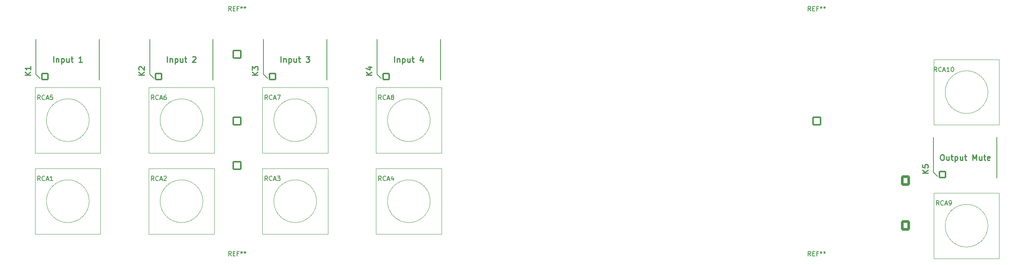
<source format=gbr>
%TF.GenerationSoftware,KiCad,Pcbnew,7.0.10*%
%TF.CreationDate,2024-01-24T20:17:36+01:00*%
%TF.ProjectId,ThePreamp-Analogue,54686550-7265-4616-9d70-2d416e616c6f,rev?*%
%TF.SameCoordinates,Original*%
%TF.FileFunction,Legend,Top*%
%TF.FilePolarity,Positive*%
%FSLAX46Y46*%
G04 Gerber Fmt 4.6, Leading zero omitted, Abs format (unit mm)*
G04 Created by KiCad (PCBNEW 7.0.10) date 2024-01-24 20:17:36*
%MOMM*%
%LPD*%
G01*
G04 APERTURE LIST*
G04 Aperture macros list*
%AMRoundRect*
0 Rectangle with rounded corners*
0 $1 Rounding radius*
0 $2 $3 $4 $5 $6 $7 $8 $9 X,Y pos of 4 corners*
0 Add a 4 corners polygon primitive as box body*
4,1,4,$2,$3,$4,$5,$6,$7,$8,$9,$2,$3,0*
0 Add four circle primitives for the rounded corners*
1,1,$1+$1,$2,$3*
1,1,$1+$1,$4,$5*
1,1,$1+$1,$6,$7*
1,1,$1+$1,$8,$9*
0 Add four rect primitives between the rounded corners*
20,1,$1+$1,$2,$3,$4,$5,0*
20,1,$1+$1,$4,$5,$6,$7,0*
20,1,$1+$1,$6,$7,$8,$9,0*
20,1,$1+$1,$8,$9,$2,$3,0*%
G04 Aperture macros list end*
%ADD10C,0.150000*%
%ADD11C,0.254000*%
%ADD12C,0.120000*%
%ADD13C,0.200000*%
%ADD14C,4.400000*%
%ADD15O,2.400000X3.400000*%
%ADD16C,3.600000*%
%ADD17RoundRect,0.200000X0.675000X-0.675000X0.675000X0.675000X-0.675000X0.675000X-0.675000X-0.675000X0*%
%ADD18C,1.750000*%
%ADD19RoundRect,0.308824X-0.741176X-0.866176X0.741176X-0.866176X0.741176X0.866176X-0.741176X0.866176X0*%
%ADD20O,2.100000X2.350000*%
%ADD21C,2.000000*%
%ADD22O,2.000000X2.000000*%
%ADD23RoundRect,0.308824X0.741176X0.891176X-0.741176X0.891176X-0.741176X-0.891176X0.741176X-0.891176X0*%
%ADD24O,2.100000X2.400000*%
%ADD25RoundRect,0.200000X-0.850000X-0.850000X0.850000X-0.850000X0.850000X0.850000X-0.850000X0.850000X0*%
%ADD26O,2.100000X2.100000*%
%ADD27RoundRect,0.200000X0.850000X0.850000X-0.850000X0.850000X-0.850000X-0.850000X0.850000X-0.850000X0*%
G04 APERTURE END LIST*
D10*
X71824761Y25625181D02*
X71491428Y26101372D01*
X71253333Y25625181D02*
X71253333Y26625181D01*
X71253333Y26625181D02*
X71634285Y26625181D01*
X71634285Y26625181D02*
X71729523Y26577562D01*
X71729523Y26577562D02*
X71777142Y26529943D01*
X71777142Y26529943D02*
X71824761Y26434705D01*
X71824761Y26434705D02*
X71824761Y26291848D01*
X71824761Y26291848D02*
X71777142Y26196610D01*
X71777142Y26196610D02*
X71729523Y26148991D01*
X71729523Y26148991D02*
X71634285Y26101372D01*
X71634285Y26101372D02*
X71253333Y26101372D01*
X72824761Y25720420D02*
X72777142Y25672800D01*
X72777142Y25672800D02*
X72634285Y25625181D01*
X72634285Y25625181D02*
X72539047Y25625181D01*
X72539047Y25625181D02*
X72396190Y25672800D01*
X72396190Y25672800D02*
X72300952Y25768039D01*
X72300952Y25768039D02*
X72253333Y25863277D01*
X72253333Y25863277D02*
X72205714Y26053753D01*
X72205714Y26053753D02*
X72205714Y26196610D01*
X72205714Y26196610D02*
X72253333Y26387086D01*
X72253333Y26387086D02*
X72300952Y26482324D01*
X72300952Y26482324D02*
X72396190Y26577562D01*
X72396190Y26577562D02*
X72539047Y26625181D01*
X72539047Y26625181D02*
X72634285Y26625181D01*
X72634285Y26625181D02*
X72777142Y26577562D01*
X72777142Y26577562D02*
X72824761Y26529943D01*
X73205714Y25910896D02*
X73681904Y25910896D01*
X73110476Y25625181D02*
X73443809Y26625181D01*
X73443809Y26625181D02*
X73777142Y25625181D01*
X74015238Y26625181D02*
X74634285Y26625181D01*
X74634285Y26625181D02*
X74300952Y26244229D01*
X74300952Y26244229D02*
X74443809Y26244229D01*
X74443809Y26244229D02*
X74539047Y26196610D01*
X74539047Y26196610D02*
X74586666Y26148991D01*
X74586666Y26148991D02*
X74634285Y26053753D01*
X74634285Y26053753D02*
X74634285Y25815658D01*
X74634285Y25815658D02*
X74586666Y25720420D01*
X74586666Y25720420D02*
X74539047Y25672800D01*
X74539047Y25672800D02*
X74443809Y25625181D01*
X74443809Y25625181D02*
X74158095Y25625181D01*
X74158095Y25625181D02*
X74062857Y25672800D01*
X74062857Y25672800D02*
X74015238Y25720420D01*
X63666666Y63745181D02*
X63333333Y64221372D01*
X63095238Y63745181D02*
X63095238Y64745181D01*
X63095238Y64745181D02*
X63476190Y64745181D01*
X63476190Y64745181D02*
X63571428Y64697562D01*
X63571428Y64697562D02*
X63619047Y64649943D01*
X63619047Y64649943D02*
X63666666Y64554705D01*
X63666666Y64554705D02*
X63666666Y64411848D01*
X63666666Y64411848D02*
X63619047Y64316610D01*
X63619047Y64316610D02*
X63571428Y64268991D01*
X63571428Y64268991D02*
X63476190Y64221372D01*
X63476190Y64221372D02*
X63095238Y64221372D01*
X64095238Y64268991D02*
X64428571Y64268991D01*
X64571428Y63745181D02*
X64095238Y63745181D01*
X64095238Y63745181D02*
X64095238Y64745181D01*
X64095238Y64745181D02*
X64571428Y64745181D01*
X65333333Y64268991D02*
X65000000Y64268991D01*
X65000000Y63745181D02*
X65000000Y64745181D01*
X65000000Y64745181D02*
X65476190Y64745181D01*
X66000000Y64745181D02*
X66000000Y64507086D01*
X65761905Y64602324D02*
X66000000Y64507086D01*
X66000000Y64507086D02*
X66238095Y64602324D01*
X65857143Y64316610D02*
X66000000Y64507086D01*
X66000000Y64507086D02*
X66142857Y64316610D01*
X66761905Y64745181D02*
X66761905Y64507086D01*
X66523810Y64602324D02*
X66761905Y64507086D01*
X66761905Y64507086D02*
X67000000Y64602324D01*
X66619048Y64316610D02*
X66761905Y64507086D01*
X66761905Y64507086D02*
X66904762Y64316610D01*
X46324761Y43825181D02*
X45991428Y44301372D01*
X45753333Y43825181D02*
X45753333Y44825181D01*
X45753333Y44825181D02*
X46134285Y44825181D01*
X46134285Y44825181D02*
X46229523Y44777562D01*
X46229523Y44777562D02*
X46277142Y44729943D01*
X46277142Y44729943D02*
X46324761Y44634705D01*
X46324761Y44634705D02*
X46324761Y44491848D01*
X46324761Y44491848D02*
X46277142Y44396610D01*
X46277142Y44396610D02*
X46229523Y44348991D01*
X46229523Y44348991D02*
X46134285Y44301372D01*
X46134285Y44301372D02*
X45753333Y44301372D01*
X47324761Y43920420D02*
X47277142Y43872800D01*
X47277142Y43872800D02*
X47134285Y43825181D01*
X47134285Y43825181D02*
X47039047Y43825181D01*
X47039047Y43825181D02*
X46896190Y43872800D01*
X46896190Y43872800D02*
X46800952Y43968039D01*
X46800952Y43968039D02*
X46753333Y44063277D01*
X46753333Y44063277D02*
X46705714Y44253753D01*
X46705714Y44253753D02*
X46705714Y44396610D01*
X46705714Y44396610D02*
X46753333Y44587086D01*
X46753333Y44587086D02*
X46800952Y44682324D01*
X46800952Y44682324D02*
X46896190Y44777562D01*
X46896190Y44777562D02*
X47039047Y44825181D01*
X47039047Y44825181D02*
X47134285Y44825181D01*
X47134285Y44825181D02*
X47277142Y44777562D01*
X47277142Y44777562D02*
X47324761Y44729943D01*
X47705714Y44110896D02*
X48181904Y44110896D01*
X47610476Y43825181D02*
X47943809Y44825181D01*
X47943809Y44825181D02*
X48277142Y43825181D01*
X49039047Y44825181D02*
X48848571Y44825181D01*
X48848571Y44825181D02*
X48753333Y44777562D01*
X48753333Y44777562D02*
X48705714Y44729943D01*
X48705714Y44729943D02*
X48610476Y44587086D01*
X48610476Y44587086D02*
X48562857Y44396610D01*
X48562857Y44396610D02*
X48562857Y44015658D01*
X48562857Y44015658D02*
X48610476Y43920420D01*
X48610476Y43920420D02*
X48658095Y43872800D01*
X48658095Y43872800D02*
X48753333Y43825181D01*
X48753333Y43825181D02*
X48943809Y43825181D01*
X48943809Y43825181D02*
X49039047Y43872800D01*
X49039047Y43872800D02*
X49086666Y43920420D01*
X49086666Y43920420D02*
X49134285Y44015658D01*
X49134285Y44015658D02*
X49134285Y44253753D01*
X49134285Y44253753D02*
X49086666Y44348991D01*
X49086666Y44348991D02*
X49039047Y44396610D01*
X49039047Y44396610D02*
X48943809Y44444229D01*
X48943809Y44444229D02*
X48753333Y44444229D01*
X48753333Y44444229D02*
X48658095Y44396610D01*
X48658095Y44396610D02*
X48610476Y44348991D01*
X48610476Y44348991D02*
X48562857Y44253753D01*
D11*
X95164318Y49332619D02*
X93894318Y49332619D01*
X95164318Y50058334D02*
X94438603Y49514048D01*
X93894318Y50058334D02*
X94620032Y49332619D01*
X94317651Y51146905D02*
X95164318Y51146905D01*
X93833842Y50844524D02*
X94740984Y50542143D01*
X94740984Y50542143D02*
X94740984Y51328334D01*
X100304999Y52235682D02*
X100304999Y53505682D01*
X100909761Y53082349D02*
X100909761Y52235682D01*
X100909761Y52961397D02*
X100970238Y53021873D01*
X100970238Y53021873D02*
X101091190Y53082349D01*
X101091190Y53082349D02*
X101272619Y53082349D01*
X101272619Y53082349D02*
X101393571Y53021873D01*
X101393571Y53021873D02*
X101454047Y52900920D01*
X101454047Y52900920D02*
X101454047Y52235682D01*
X102058809Y53082349D02*
X102058809Y51812349D01*
X102058809Y53021873D02*
X102179762Y53082349D01*
X102179762Y53082349D02*
X102421667Y53082349D01*
X102421667Y53082349D02*
X102542619Y53021873D01*
X102542619Y53021873D02*
X102603095Y52961397D01*
X102603095Y52961397D02*
X102663571Y52840444D01*
X102663571Y52840444D02*
X102663571Y52477587D01*
X102663571Y52477587D02*
X102603095Y52356635D01*
X102603095Y52356635D02*
X102542619Y52296158D01*
X102542619Y52296158D02*
X102421667Y52235682D01*
X102421667Y52235682D02*
X102179762Y52235682D01*
X102179762Y52235682D02*
X102058809Y52296158D01*
X103752143Y53082349D02*
X103752143Y52235682D01*
X103207857Y53082349D02*
X103207857Y52417111D01*
X103207857Y52417111D02*
X103268334Y52296158D01*
X103268334Y52296158D02*
X103389286Y52235682D01*
X103389286Y52235682D02*
X103570715Y52235682D01*
X103570715Y52235682D02*
X103691667Y52296158D01*
X103691667Y52296158D02*
X103752143Y52356635D01*
X104175477Y53082349D02*
X104659286Y53082349D01*
X104356905Y53505682D02*
X104356905Y52417111D01*
X104356905Y52417111D02*
X104417382Y52296158D01*
X104417382Y52296158D02*
X104538334Y52235682D01*
X104538334Y52235682D02*
X104659286Y52235682D01*
X106594524Y53082349D02*
X106594524Y52235682D01*
X106292143Y53566158D02*
X105989762Y52659016D01*
X105989762Y52659016D02*
X106775953Y52659016D01*
D10*
X193666666Y63745181D02*
X193333333Y64221372D01*
X193095238Y63745181D02*
X193095238Y64745181D01*
X193095238Y64745181D02*
X193476190Y64745181D01*
X193476190Y64745181D02*
X193571428Y64697562D01*
X193571428Y64697562D02*
X193619047Y64649943D01*
X193619047Y64649943D02*
X193666666Y64554705D01*
X193666666Y64554705D02*
X193666666Y64411848D01*
X193666666Y64411848D02*
X193619047Y64316610D01*
X193619047Y64316610D02*
X193571428Y64268991D01*
X193571428Y64268991D02*
X193476190Y64221372D01*
X193476190Y64221372D02*
X193095238Y64221372D01*
X194095238Y64268991D02*
X194428571Y64268991D01*
X194571428Y63745181D02*
X194095238Y63745181D01*
X194095238Y63745181D02*
X194095238Y64745181D01*
X194095238Y64745181D02*
X194571428Y64745181D01*
X195333333Y64268991D02*
X195000000Y64268991D01*
X195000000Y63745181D02*
X195000000Y64745181D01*
X195000000Y64745181D02*
X195476190Y64745181D01*
X196000000Y64745181D02*
X196000000Y64507086D01*
X195761905Y64602324D02*
X196000000Y64507086D01*
X196000000Y64507086D02*
X196238095Y64602324D01*
X195857143Y64316610D02*
X196000000Y64507086D01*
X196000000Y64507086D02*
X196142857Y64316610D01*
X196761905Y64745181D02*
X196761905Y64507086D01*
X196523810Y64602324D02*
X196761905Y64507086D01*
X196761905Y64507086D02*
X197000000Y64602324D01*
X196619048Y64316610D02*
X196761905Y64507086D01*
X196761905Y64507086D02*
X196904762Y64316610D01*
D11*
X44164318Y49332619D02*
X42894318Y49332619D01*
X44164318Y50058334D02*
X43438603Y49514048D01*
X42894318Y50058334D02*
X43620032Y49332619D01*
X43015270Y50542143D02*
X42954794Y50602619D01*
X42954794Y50602619D02*
X42894318Y50723572D01*
X42894318Y50723572D02*
X42894318Y51025953D01*
X42894318Y51025953D02*
X42954794Y51146905D01*
X42954794Y51146905D02*
X43015270Y51207381D01*
X43015270Y51207381D02*
X43136222Y51267858D01*
X43136222Y51267858D02*
X43257175Y51267858D01*
X43257175Y51267858D02*
X43438603Y51207381D01*
X43438603Y51207381D02*
X44164318Y50481667D01*
X44164318Y50481667D02*
X44164318Y51267858D01*
X49304999Y52235682D02*
X49304999Y53505682D01*
X49909761Y53082349D02*
X49909761Y52235682D01*
X49909761Y52961397D02*
X49970238Y53021873D01*
X49970238Y53021873D02*
X50091190Y53082349D01*
X50091190Y53082349D02*
X50272619Y53082349D01*
X50272619Y53082349D02*
X50393571Y53021873D01*
X50393571Y53021873D02*
X50454047Y52900920D01*
X50454047Y52900920D02*
X50454047Y52235682D01*
X51058809Y53082349D02*
X51058809Y51812349D01*
X51058809Y53021873D02*
X51179762Y53082349D01*
X51179762Y53082349D02*
X51421667Y53082349D01*
X51421667Y53082349D02*
X51542619Y53021873D01*
X51542619Y53021873D02*
X51603095Y52961397D01*
X51603095Y52961397D02*
X51663571Y52840444D01*
X51663571Y52840444D02*
X51663571Y52477587D01*
X51663571Y52477587D02*
X51603095Y52356635D01*
X51603095Y52356635D02*
X51542619Y52296158D01*
X51542619Y52296158D02*
X51421667Y52235682D01*
X51421667Y52235682D02*
X51179762Y52235682D01*
X51179762Y52235682D02*
X51058809Y52296158D01*
X52752143Y53082349D02*
X52752143Y52235682D01*
X52207857Y53082349D02*
X52207857Y52417111D01*
X52207857Y52417111D02*
X52268334Y52296158D01*
X52268334Y52296158D02*
X52389286Y52235682D01*
X52389286Y52235682D02*
X52570715Y52235682D01*
X52570715Y52235682D02*
X52691667Y52296158D01*
X52691667Y52296158D02*
X52752143Y52356635D01*
X53175477Y53082349D02*
X53659286Y53082349D01*
X53356905Y53505682D02*
X53356905Y52417111D01*
X53356905Y52417111D02*
X53417382Y52296158D01*
X53417382Y52296158D02*
X53538334Y52235682D01*
X53538334Y52235682D02*
X53659286Y52235682D01*
X54989762Y53384730D02*
X55050238Y53445206D01*
X55050238Y53445206D02*
X55171191Y53505682D01*
X55171191Y53505682D02*
X55473572Y53505682D01*
X55473572Y53505682D02*
X55594524Y53445206D01*
X55594524Y53445206D02*
X55655000Y53384730D01*
X55655000Y53384730D02*
X55715477Y53263778D01*
X55715477Y53263778D02*
X55715477Y53142825D01*
X55715477Y53142825D02*
X55655000Y52961397D01*
X55655000Y52961397D02*
X54929286Y52235682D01*
X54929286Y52235682D02*
X55715477Y52235682D01*
X18664318Y49332619D02*
X17394318Y49332619D01*
X18664318Y50058334D02*
X17938603Y49514048D01*
X17394318Y50058334D02*
X18120032Y49332619D01*
X18664318Y51267858D02*
X18664318Y50542143D01*
X18664318Y50905000D02*
X17394318Y50905000D01*
X17394318Y50905000D02*
X17575746Y50784048D01*
X17575746Y50784048D02*
X17696699Y50663096D01*
X17696699Y50663096D02*
X17757175Y50542143D01*
X23804999Y52235682D02*
X23804999Y53505682D01*
X24409761Y53082349D02*
X24409761Y52235682D01*
X24409761Y52961397D02*
X24470238Y53021873D01*
X24470238Y53021873D02*
X24591190Y53082349D01*
X24591190Y53082349D02*
X24772619Y53082349D01*
X24772619Y53082349D02*
X24893571Y53021873D01*
X24893571Y53021873D02*
X24954047Y52900920D01*
X24954047Y52900920D02*
X24954047Y52235682D01*
X25558809Y53082349D02*
X25558809Y51812349D01*
X25558809Y53021873D02*
X25679762Y53082349D01*
X25679762Y53082349D02*
X25921667Y53082349D01*
X25921667Y53082349D02*
X26042619Y53021873D01*
X26042619Y53021873D02*
X26103095Y52961397D01*
X26103095Y52961397D02*
X26163571Y52840444D01*
X26163571Y52840444D02*
X26163571Y52477587D01*
X26163571Y52477587D02*
X26103095Y52356635D01*
X26103095Y52356635D02*
X26042619Y52296158D01*
X26042619Y52296158D02*
X25921667Y52235682D01*
X25921667Y52235682D02*
X25679762Y52235682D01*
X25679762Y52235682D02*
X25558809Y52296158D01*
X27252143Y53082349D02*
X27252143Y52235682D01*
X26707857Y53082349D02*
X26707857Y52417111D01*
X26707857Y52417111D02*
X26768334Y52296158D01*
X26768334Y52296158D02*
X26889286Y52235682D01*
X26889286Y52235682D02*
X27070715Y52235682D01*
X27070715Y52235682D02*
X27191667Y52296158D01*
X27191667Y52296158D02*
X27252143Y52356635D01*
X27675477Y53082349D02*
X28159286Y53082349D01*
X27856905Y53505682D02*
X27856905Y52417111D01*
X27856905Y52417111D02*
X27917382Y52296158D01*
X27917382Y52296158D02*
X28038334Y52235682D01*
X28038334Y52235682D02*
X28159286Y52235682D01*
X30215477Y52235682D02*
X29489762Y52235682D01*
X29852619Y52235682D02*
X29852619Y53505682D01*
X29852619Y53505682D02*
X29731667Y53324254D01*
X29731667Y53324254D02*
X29610715Y53203301D01*
X29610715Y53203301D02*
X29489762Y53142825D01*
D10*
X97324761Y43825181D02*
X96991428Y44301372D01*
X96753333Y43825181D02*
X96753333Y44825181D01*
X96753333Y44825181D02*
X97134285Y44825181D01*
X97134285Y44825181D02*
X97229523Y44777562D01*
X97229523Y44777562D02*
X97277142Y44729943D01*
X97277142Y44729943D02*
X97324761Y44634705D01*
X97324761Y44634705D02*
X97324761Y44491848D01*
X97324761Y44491848D02*
X97277142Y44396610D01*
X97277142Y44396610D02*
X97229523Y44348991D01*
X97229523Y44348991D02*
X97134285Y44301372D01*
X97134285Y44301372D02*
X96753333Y44301372D01*
X98324761Y43920420D02*
X98277142Y43872800D01*
X98277142Y43872800D02*
X98134285Y43825181D01*
X98134285Y43825181D02*
X98039047Y43825181D01*
X98039047Y43825181D02*
X97896190Y43872800D01*
X97896190Y43872800D02*
X97800952Y43968039D01*
X97800952Y43968039D02*
X97753333Y44063277D01*
X97753333Y44063277D02*
X97705714Y44253753D01*
X97705714Y44253753D02*
X97705714Y44396610D01*
X97705714Y44396610D02*
X97753333Y44587086D01*
X97753333Y44587086D02*
X97800952Y44682324D01*
X97800952Y44682324D02*
X97896190Y44777562D01*
X97896190Y44777562D02*
X98039047Y44825181D01*
X98039047Y44825181D02*
X98134285Y44825181D01*
X98134285Y44825181D02*
X98277142Y44777562D01*
X98277142Y44777562D02*
X98324761Y44729943D01*
X98705714Y44110896D02*
X99181904Y44110896D01*
X98610476Y43825181D02*
X98943809Y44825181D01*
X98943809Y44825181D02*
X99277142Y43825181D01*
X99753333Y44396610D02*
X99658095Y44444229D01*
X99658095Y44444229D02*
X99610476Y44491848D01*
X99610476Y44491848D02*
X99562857Y44587086D01*
X99562857Y44587086D02*
X99562857Y44634705D01*
X99562857Y44634705D02*
X99610476Y44729943D01*
X99610476Y44729943D02*
X99658095Y44777562D01*
X99658095Y44777562D02*
X99753333Y44825181D01*
X99753333Y44825181D02*
X99943809Y44825181D01*
X99943809Y44825181D02*
X100039047Y44777562D01*
X100039047Y44777562D02*
X100086666Y44729943D01*
X100086666Y44729943D02*
X100134285Y44634705D01*
X100134285Y44634705D02*
X100134285Y44587086D01*
X100134285Y44587086D02*
X100086666Y44491848D01*
X100086666Y44491848D02*
X100039047Y44444229D01*
X100039047Y44444229D02*
X99943809Y44396610D01*
X99943809Y44396610D02*
X99753333Y44396610D01*
X99753333Y44396610D02*
X99658095Y44348991D01*
X99658095Y44348991D02*
X99610476Y44301372D01*
X99610476Y44301372D02*
X99562857Y44206134D01*
X99562857Y44206134D02*
X99562857Y44015658D01*
X99562857Y44015658D02*
X99610476Y43920420D01*
X99610476Y43920420D02*
X99658095Y43872800D01*
X99658095Y43872800D02*
X99753333Y43825181D01*
X99753333Y43825181D02*
X99943809Y43825181D01*
X99943809Y43825181D02*
X100039047Y43872800D01*
X100039047Y43872800D02*
X100086666Y43920420D01*
X100086666Y43920420D02*
X100134285Y44015658D01*
X100134285Y44015658D02*
X100134285Y44206134D01*
X100134285Y44206134D02*
X100086666Y44301372D01*
X100086666Y44301372D02*
X100039047Y44348991D01*
X100039047Y44348991D02*
X99943809Y44396610D01*
X193666666Y8745181D02*
X193333333Y9221372D01*
X193095238Y8745181D02*
X193095238Y9745181D01*
X193095238Y9745181D02*
X193476190Y9745181D01*
X193476190Y9745181D02*
X193571428Y9697562D01*
X193571428Y9697562D02*
X193619047Y9649943D01*
X193619047Y9649943D02*
X193666666Y9554705D01*
X193666666Y9554705D02*
X193666666Y9411848D01*
X193666666Y9411848D02*
X193619047Y9316610D01*
X193619047Y9316610D02*
X193571428Y9268991D01*
X193571428Y9268991D02*
X193476190Y9221372D01*
X193476190Y9221372D02*
X193095238Y9221372D01*
X194095238Y9268991D02*
X194428571Y9268991D01*
X194571428Y8745181D02*
X194095238Y8745181D01*
X194095238Y8745181D02*
X194095238Y9745181D01*
X194095238Y9745181D02*
X194571428Y9745181D01*
X195333333Y9268991D02*
X195000000Y9268991D01*
X195000000Y8745181D02*
X195000000Y9745181D01*
X195000000Y9745181D02*
X195476190Y9745181D01*
X196000000Y9745181D02*
X196000000Y9507086D01*
X195761905Y9602324D02*
X196000000Y9507086D01*
X196000000Y9507086D02*
X196238095Y9602324D01*
X195857143Y9316610D02*
X196000000Y9507086D01*
X196000000Y9507086D02*
X196142857Y9316610D01*
X196761905Y9745181D02*
X196761905Y9507086D01*
X196523810Y9602324D02*
X196761905Y9507086D01*
X196761905Y9507086D02*
X197000000Y9602324D01*
X196619048Y9316610D02*
X196761905Y9507086D01*
X196761905Y9507086D02*
X196904762Y9316610D01*
X20824761Y25625181D02*
X20491428Y26101372D01*
X20253333Y25625181D02*
X20253333Y26625181D01*
X20253333Y26625181D02*
X20634285Y26625181D01*
X20634285Y26625181D02*
X20729523Y26577562D01*
X20729523Y26577562D02*
X20777142Y26529943D01*
X20777142Y26529943D02*
X20824761Y26434705D01*
X20824761Y26434705D02*
X20824761Y26291848D01*
X20824761Y26291848D02*
X20777142Y26196610D01*
X20777142Y26196610D02*
X20729523Y26148991D01*
X20729523Y26148991D02*
X20634285Y26101372D01*
X20634285Y26101372D02*
X20253333Y26101372D01*
X21824761Y25720420D02*
X21777142Y25672800D01*
X21777142Y25672800D02*
X21634285Y25625181D01*
X21634285Y25625181D02*
X21539047Y25625181D01*
X21539047Y25625181D02*
X21396190Y25672800D01*
X21396190Y25672800D02*
X21300952Y25768039D01*
X21300952Y25768039D02*
X21253333Y25863277D01*
X21253333Y25863277D02*
X21205714Y26053753D01*
X21205714Y26053753D02*
X21205714Y26196610D01*
X21205714Y26196610D02*
X21253333Y26387086D01*
X21253333Y26387086D02*
X21300952Y26482324D01*
X21300952Y26482324D02*
X21396190Y26577562D01*
X21396190Y26577562D02*
X21539047Y26625181D01*
X21539047Y26625181D02*
X21634285Y26625181D01*
X21634285Y26625181D02*
X21777142Y26577562D01*
X21777142Y26577562D02*
X21824761Y26529943D01*
X22205714Y25910896D02*
X22681904Y25910896D01*
X22110476Y25625181D02*
X22443809Y26625181D01*
X22443809Y26625181D02*
X22777142Y25625181D01*
X23634285Y25625181D02*
X23062857Y25625181D01*
X23348571Y25625181D02*
X23348571Y26625181D01*
X23348571Y26625181D02*
X23253333Y26482324D01*
X23253333Y26482324D02*
X23158095Y26387086D01*
X23158095Y26387086D02*
X23062857Y26339467D01*
D11*
X69664318Y49332619D02*
X68394318Y49332619D01*
X69664318Y50058334D02*
X68938603Y49514048D01*
X68394318Y50058334D02*
X69120032Y49332619D01*
X68394318Y50481667D02*
X68394318Y51267858D01*
X68394318Y51267858D02*
X68878127Y50844524D01*
X68878127Y50844524D02*
X68878127Y51025953D01*
X68878127Y51025953D02*
X68938603Y51146905D01*
X68938603Y51146905D02*
X68999080Y51207381D01*
X68999080Y51207381D02*
X69120032Y51267858D01*
X69120032Y51267858D02*
X69422413Y51267858D01*
X69422413Y51267858D02*
X69543365Y51207381D01*
X69543365Y51207381D02*
X69603842Y51146905D01*
X69603842Y51146905D02*
X69664318Y51025953D01*
X69664318Y51025953D02*
X69664318Y50663096D01*
X69664318Y50663096D02*
X69603842Y50542143D01*
X69603842Y50542143D02*
X69543365Y50481667D01*
X74804999Y52235682D02*
X74804999Y53505682D01*
X75409761Y53082349D02*
X75409761Y52235682D01*
X75409761Y52961397D02*
X75470238Y53021873D01*
X75470238Y53021873D02*
X75591190Y53082349D01*
X75591190Y53082349D02*
X75772619Y53082349D01*
X75772619Y53082349D02*
X75893571Y53021873D01*
X75893571Y53021873D02*
X75954047Y52900920D01*
X75954047Y52900920D02*
X75954047Y52235682D01*
X76558809Y53082349D02*
X76558809Y51812349D01*
X76558809Y53021873D02*
X76679762Y53082349D01*
X76679762Y53082349D02*
X76921667Y53082349D01*
X76921667Y53082349D02*
X77042619Y53021873D01*
X77042619Y53021873D02*
X77103095Y52961397D01*
X77103095Y52961397D02*
X77163571Y52840444D01*
X77163571Y52840444D02*
X77163571Y52477587D01*
X77163571Y52477587D02*
X77103095Y52356635D01*
X77103095Y52356635D02*
X77042619Y52296158D01*
X77042619Y52296158D02*
X76921667Y52235682D01*
X76921667Y52235682D02*
X76679762Y52235682D01*
X76679762Y52235682D02*
X76558809Y52296158D01*
X78252143Y53082349D02*
X78252143Y52235682D01*
X77707857Y53082349D02*
X77707857Y52417111D01*
X77707857Y52417111D02*
X77768334Y52296158D01*
X77768334Y52296158D02*
X77889286Y52235682D01*
X77889286Y52235682D02*
X78070715Y52235682D01*
X78070715Y52235682D02*
X78191667Y52296158D01*
X78191667Y52296158D02*
X78252143Y52356635D01*
X78675477Y53082349D02*
X79159286Y53082349D01*
X78856905Y53505682D02*
X78856905Y52417111D01*
X78856905Y52417111D02*
X78917382Y52296158D01*
X78917382Y52296158D02*
X79038334Y52235682D01*
X79038334Y52235682D02*
X79159286Y52235682D01*
X80429286Y53505682D02*
X81215477Y53505682D01*
X81215477Y53505682D02*
X80792143Y53021873D01*
X80792143Y53021873D02*
X80973572Y53021873D01*
X80973572Y53021873D02*
X81094524Y52961397D01*
X81094524Y52961397D02*
X81155000Y52900920D01*
X81155000Y52900920D02*
X81215477Y52779968D01*
X81215477Y52779968D02*
X81215477Y52477587D01*
X81215477Y52477587D02*
X81155000Y52356635D01*
X81155000Y52356635D02*
X81094524Y52296158D01*
X81094524Y52296158D02*
X80973572Y52235682D01*
X80973572Y52235682D02*
X80610715Y52235682D01*
X80610715Y52235682D02*
X80489762Y52296158D01*
X80489762Y52296158D02*
X80429286Y52356635D01*
D10*
X20824761Y43825181D02*
X20491428Y44301372D01*
X20253333Y43825181D02*
X20253333Y44825181D01*
X20253333Y44825181D02*
X20634285Y44825181D01*
X20634285Y44825181D02*
X20729523Y44777562D01*
X20729523Y44777562D02*
X20777142Y44729943D01*
X20777142Y44729943D02*
X20824761Y44634705D01*
X20824761Y44634705D02*
X20824761Y44491848D01*
X20824761Y44491848D02*
X20777142Y44396610D01*
X20777142Y44396610D02*
X20729523Y44348991D01*
X20729523Y44348991D02*
X20634285Y44301372D01*
X20634285Y44301372D02*
X20253333Y44301372D01*
X21824761Y43920420D02*
X21777142Y43872800D01*
X21777142Y43872800D02*
X21634285Y43825181D01*
X21634285Y43825181D02*
X21539047Y43825181D01*
X21539047Y43825181D02*
X21396190Y43872800D01*
X21396190Y43872800D02*
X21300952Y43968039D01*
X21300952Y43968039D02*
X21253333Y44063277D01*
X21253333Y44063277D02*
X21205714Y44253753D01*
X21205714Y44253753D02*
X21205714Y44396610D01*
X21205714Y44396610D02*
X21253333Y44587086D01*
X21253333Y44587086D02*
X21300952Y44682324D01*
X21300952Y44682324D02*
X21396190Y44777562D01*
X21396190Y44777562D02*
X21539047Y44825181D01*
X21539047Y44825181D02*
X21634285Y44825181D01*
X21634285Y44825181D02*
X21777142Y44777562D01*
X21777142Y44777562D02*
X21824761Y44729943D01*
X22205714Y44110896D02*
X22681904Y44110896D01*
X22110476Y43825181D02*
X22443809Y44825181D01*
X22443809Y44825181D02*
X22777142Y43825181D01*
X23586666Y44825181D02*
X23110476Y44825181D01*
X23110476Y44825181D02*
X23062857Y44348991D01*
X23062857Y44348991D02*
X23110476Y44396610D01*
X23110476Y44396610D02*
X23205714Y44444229D01*
X23205714Y44444229D02*
X23443809Y44444229D01*
X23443809Y44444229D02*
X23539047Y44396610D01*
X23539047Y44396610D02*
X23586666Y44348991D01*
X23586666Y44348991D02*
X23634285Y44253753D01*
X23634285Y44253753D02*
X23634285Y44015658D01*
X23634285Y44015658D02*
X23586666Y43920420D01*
X23586666Y43920420D02*
X23539047Y43872800D01*
X23539047Y43872800D02*
X23443809Y43825181D01*
X23443809Y43825181D02*
X23205714Y43825181D01*
X23205714Y43825181D02*
X23110476Y43872800D01*
X23110476Y43872800D02*
X23062857Y43920420D01*
X97324761Y25625181D02*
X96991428Y26101372D01*
X96753333Y25625181D02*
X96753333Y26625181D01*
X96753333Y26625181D02*
X97134285Y26625181D01*
X97134285Y26625181D02*
X97229523Y26577562D01*
X97229523Y26577562D02*
X97277142Y26529943D01*
X97277142Y26529943D02*
X97324761Y26434705D01*
X97324761Y26434705D02*
X97324761Y26291848D01*
X97324761Y26291848D02*
X97277142Y26196610D01*
X97277142Y26196610D02*
X97229523Y26148991D01*
X97229523Y26148991D02*
X97134285Y26101372D01*
X97134285Y26101372D02*
X96753333Y26101372D01*
X98324761Y25720420D02*
X98277142Y25672800D01*
X98277142Y25672800D02*
X98134285Y25625181D01*
X98134285Y25625181D02*
X98039047Y25625181D01*
X98039047Y25625181D02*
X97896190Y25672800D01*
X97896190Y25672800D02*
X97800952Y25768039D01*
X97800952Y25768039D02*
X97753333Y25863277D01*
X97753333Y25863277D02*
X97705714Y26053753D01*
X97705714Y26053753D02*
X97705714Y26196610D01*
X97705714Y26196610D02*
X97753333Y26387086D01*
X97753333Y26387086D02*
X97800952Y26482324D01*
X97800952Y26482324D02*
X97896190Y26577562D01*
X97896190Y26577562D02*
X98039047Y26625181D01*
X98039047Y26625181D02*
X98134285Y26625181D01*
X98134285Y26625181D02*
X98277142Y26577562D01*
X98277142Y26577562D02*
X98324761Y26529943D01*
X98705714Y25910896D02*
X99181904Y25910896D01*
X98610476Y25625181D02*
X98943809Y26625181D01*
X98943809Y26625181D02*
X99277142Y25625181D01*
X100039047Y26291848D02*
X100039047Y25625181D01*
X99800952Y26672800D02*
X99562857Y25958515D01*
X99562857Y25958515D02*
X100181904Y25958515D01*
X71824761Y43825181D02*
X71491428Y44301372D01*
X71253333Y43825181D02*
X71253333Y44825181D01*
X71253333Y44825181D02*
X71634285Y44825181D01*
X71634285Y44825181D02*
X71729523Y44777562D01*
X71729523Y44777562D02*
X71777142Y44729943D01*
X71777142Y44729943D02*
X71824761Y44634705D01*
X71824761Y44634705D02*
X71824761Y44491848D01*
X71824761Y44491848D02*
X71777142Y44396610D01*
X71777142Y44396610D02*
X71729523Y44348991D01*
X71729523Y44348991D02*
X71634285Y44301372D01*
X71634285Y44301372D02*
X71253333Y44301372D01*
X72824761Y43920420D02*
X72777142Y43872800D01*
X72777142Y43872800D02*
X72634285Y43825181D01*
X72634285Y43825181D02*
X72539047Y43825181D01*
X72539047Y43825181D02*
X72396190Y43872800D01*
X72396190Y43872800D02*
X72300952Y43968039D01*
X72300952Y43968039D02*
X72253333Y44063277D01*
X72253333Y44063277D02*
X72205714Y44253753D01*
X72205714Y44253753D02*
X72205714Y44396610D01*
X72205714Y44396610D02*
X72253333Y44587086D01*
X72253333Y44587086D02*
X72300952Y44682324D01*
X72300952Y44682324D02*
X72396190Y44777562D01*
X72396190Y44777562D02*
X72539047Y44825181D01*
X72539047Y44825181D02*
X72634285Y44825181D01*
X72634285Y44825181D02*
X72777142Y44777562D01*
X72777142Y44777562D02*
X72824761Y44729943D01*
X73205714Y44110896D02*
X73681904Y44110896D01*
X73110476Y43825181D02*
X73443809Y44825181D01*
X73443809Y44825181D02*
X73777142Y43825181D01*
X74015238Y44825181D02*
X74681904Y44825181D01*
X74681904Y44825181D02*
X74253333Y43825181D01*
X221948571Y50125181D02*
X221615238Y50601372D01*
X221377143Y50125181D02*
X221377143Y51125181D01*
X221377143Y51125181D02*
X221758095Y51125181D01*
X221758095Y51125181D02*
X221853333Y51077562D01*
X221853333Y51077562D02*
X221900952Y51029943D01*
X221900952Y51029943D02*
X221948571Y50934705D01*
X221948571Y50934705D02*
X221948571Y50791848D01*
X221948571Y50791848D02*
X221900952Y50696610D01*
X221900952Y50696610D02*
X221853333Y50648991D01*
X221853333Y50648991D02*
X221758095Y50601372D01*
X221758095Y50601372D02*
X221377143Y50601372D01*
X222948571Y50220420D02*
X222900952Y50172800D01*
X222900952Y50172800D02*
X222758095Y50125181D01*
X222758095Y50125181D02*
X222662857Y50125181D01*
X222662857Y50125181D02*
X222520000Y50172800D01*
X222520000Y50172800D02*
X222424762Y50268039D01*
X222424762Y50268039D02*
X222377143Y50363277D01*
X222377143Y50363277D02*
X222329524Y50553753D01*
X222329524Y50553753D02*
X222329524Y50696610D01*
X222329524Y50696610D02*
X222377143Y50887086D01*
X222377143Y50887086D02*
X222424762Y50982324D01*
X222424762Y50982324D02*
X222520000Y51077562D01*
X222520000Y51077562D02*
X222662857Y51125181D01*
X222662857Y51125181D02*
X222758095Y51125181D01*
X222758095Y51125181D02*
X222900952Y51077562D01*
X222900952Y51077562D02*
X222948571Y51029943D01*
X223329524Y50410896D02*
X223805714Y50410896D01*
X223234286Y50125181D02*
X223567619Y51125181D01*
X223567619Y51125181D02*
X223900952Y50125181D01*
X224758095Y50125181D02*
X224186667Y50125181D01*
X224472381Y50125181D02*
X224472381Y51125181D01*
X224472381Y51125181D02*
X224377143Y50982324D01*
X224377143Y50982324D02*
X224281905Y50887086D01*
X224281905Y50887086D02*
X224186667Y50839467D01*
X225377143Y51125181D02*
X225472381Y51125181D01*
X225472381Y51125181D02*
X225567619Y51077562D01*
X225567619Y51077562D02*
X225615238Y51029943D01*
X225615238Y51029943D02*
X225662857Y50934705D01*
X225662857Y50934705D02*
X225710476Y50744229D01*
X225710476Y50744229D02*
X225710476Y50506134D01*
X225710476Y50506134D02*
X225662857Y50315658D01*
X225662857Y50315658D02*
X225615238Y50220420D01*
X225615238Y50220420D02*
X225567619Y50172800D01*
X225567619Y50172800D02*
X225472381Y50125181D01*
X225472381Y50125181D02*
X225377143Y50125181D01*
X225377143Y50125181D02*
X225281905Y50172800D01*
X225281905Y50172800D02*
X225234286Y50220420D01*
X225234286Y50220420D02*
X225186667Y50315658D01*
X225186667Y50315658D02*
X225139048Y50506134D01*
X225139048Y50506134D02*
X225139048Y50744229D01*
X225139048Y50744229D02*
X225186667Y50934705D01*
X225186667Y50934705D02*
X225234286Y51029943D01*
X225234286Y51029943D02*
X225281905Y51077562D01*
X225281905Y51077562D02*
X225377143Y51125181D01*
X46324761Y25625181D02*
X45991428Y26101372D01*
X45753333Y25625181D02*
X45753333Y26625181D01*
X45753333Y26625181D02*
X46134285Y26625181D01*
X46134285Y26625181D02*
X46229523Y26577562D01*
X46229523Y26577562D02*
X46277142Y26529943D01*
X46277142Y26529943D02*
X46324761Y26434705D01*
X46324761Y26434705D02*
X46324761Y26291848D01*
X46324761Y26291848D02*
X46277142Y26196610D01*
X46277142Y26196610D02*
X46229523Y26148991D01*
X46229523Y26148991D02*
X46134285Y26101372D01*
X46134285Y26101372D02*
X45753333Y26101372D01*
X47324761Y25720420D02*
X47277142Y25672800D01*
X47277142Y25672800D02*
X47134285Y25625181D01*
X47134285Y25625181D02*
X47039047Y25625181D01*
X47039047Y25625181D02*
X46896190Y25672800D01*
X46896190Y25672800D02*
X46800952Y25768039D01*
X46800952Y25768039D02*
X46753333Y25863277D01*
X46753333Y25863277D02*
X46705714Y26053753D01*
X46705714Y26053753D02*
X46705714Y26196610D01*
X46705714Y26196610D02*
X46753333Y26387086D01*
X46753333Y26387086D02*
X46800952Y26482324D01*
X46800952Y26482324D02*
X46896190Y26577562D01*
X46896190Y26577562D02*
X47039047Y26625181D01*
X47039047Y26625181D02*
X47134285Y26625181D01*
X47134285Y26625181D02*
X47277142Y26577562D01*
X47277142Y26577562D02*
X47324761Y26529943D01*
X47705714Y25910896D02*
X48181904Y25910896D01*
X47610476Y25625181D02*
X47943809Y26625181D01*
X47943809Y26625181D02*
X48277142Y25625181D01*
X48562857Y26529943D02*
X48610476Y26577562D01*
X48610476Y26577562D02*
X48705714Y26625181D01*
X48705714Y26625181D02*
X48943809Y26625181D01*
X48943809Y26625181D02*
X49039047Y26577562D01*
X49039047Y26577562D02*
X49086666Y26529943D01*
X49086666Y26529943D02*
X49134285Y26434705D01*
X49134285Y26434705D02*
X49134285Y26339467D01*
X49134285Y26339467D02*
X49086666Y26196610D01*
X49086666Y26196610D02*
X48515238Y25625181D01*
X48515238Y25625181D02*
X49134285Y25625181D01*
D11*
X219984318Y27322619D02*
X218714318Y27322619D01*
X219984318Y28048334D02*
X219258603Y27504048D01*
X218714318Y28048334D02*
X219440032Y27322619D01*
X218714318Y29197381D02*
X218714318Y28592619D01*
X218714318Y28592619D02*
X219319080Y28532143D01*
X219319080Y28532143D02*
X219258603Y28592619D01*
X219258603Y28592619D02*
X219198127Y28713572D01*
X219198127Y28713572D02*
X219198127Y29015953D01*
X219198127Y29015953D02*
X219258603Y29136905D01*
X219258603Y29136905D02*
X219319080Y29197381D01*
X219319080Y29197381D02*
X219440032Y29257858D01*
X219440032Y29257858D02*
X219742413Y29257858D01*
X219742413Y29257858D02*
X219863365Y29197381D01*
X219863365Y29197381D02*
X219923842Y29136905D01*
X219923842Y29136905D02*
X219984318Y29015953D01*
X219984318Y29015953D02*
X219984318Y28713572D01*
X219984318Y28713572D02*
X219923842Y28592619D01*
X219923842Y28592619D02*
X219863365Y28532143D01*
X223038571Y31495682D02*
X223280476Y31495682D01*
X223280476Y31495682D02*
X223401428Y31435206D01*
X223401428Y31435206D02*
X223522381Y31314254D01*
X223522381Y31314254D02*
X223582857Y31072349D01*
X223582857Y31072349D02*
X223582857Y30649016D01*
X223582857Y30649016D02*
X223522381Y30407111D01*
X223522381Y30407111D02*
X223401428Y30286158D01*
X223401428Y30286158D02*
X223280476Y30225682D01*
X223280476Y30225682D02*
X223038571Y30225682D01*
X223038571Y30225682D02*
X222917619Y30286158D01*
X222917619Y30286158D02*
X222796666Y30407111D01*
X222796666Y30407111D02*
X222736190Y30649016D01*
X222736190Y30649016D02*
X222736190Y31072349D01*
X222736190Y31072349D02*
X222796666Y31314254D01*
X222796666Y31314254D02*
X222917619Y31435206D01*
X222917619Y31435206D02*
X223038571Y31495682D01*
X224671428Y31072349D02*
X224671428Y30225682D01*
X224127142Y31072349D02*
X224127142Y30407111D01*
X224127142Y30407111D02*
X224187619Y30286158D01*
X224187619Y30286158D02*
X224308571Y30225682D01*
X224308571Y30225682D02*
X224490000Y30225682D01*
X224490000Y30225682D02*
X224610952Y30286158D01*
X224610952Y30286158D02*
X224671428Y30346635D01*
X225094762Y31072349D02*
X225578571Y31072349D01*
X225276190Y31495682D02*
X225276190Y30407111D01*
X225276190Y30407111D02*
X225336667Y30286158D01*
X225336667Y30286158D02*
X225457619Y30225682D01*
X225457619Y30225682D02*
X225578571Y30225682D01*
X226001904Y31072349D02*
X226001904Y29802349D01*
X226001904Y31011873D02*
X226122857Y31072349D01*
X226122857Y31072349D02*
X226364762Y31072349D01*
X226364762Y31072349D02*
X226485714Y31011873D01*
X226485714Y31011873D02*
X226546190Y30951397D01*
X226546190Y30951397D02*
X226606666Y30830444D01*
X226606666Y30830444D02*
X226606666Y30467587D01*
X226606666Y30467587D02*
X226546190Y30346635D01*
X226546190Y30346635D02*
X226485714Y30286158D01*
X226485714Y30286158D02*
X226364762Y30225682D01*
X226364762Y30225682D02*
X226122857Y30225682D01*
X226122857Y30225682D02*
X226001904Y30286158D01*
X227695238Y31072349D02*
X227695238Y30225682D01*
X227150952Y31072349D02*
X227150952Y30407111D01*
X227150952Y30407111D02*
X227211429Y30286158D01*
X227211429Y30286158D02*
X227332381Y30225682D01*
X227332381Y30225682D02*
X227513810Y30225682D01*
X227513810Y30225682D02*
X227634762Y30286158D01*
X227634762Y30286158D02*
X227695238Y30346635D01*
X228118572Y31072349D02*
X228602381Y31072349D01*
X228300000Y31495682D02*
X228300000Y30407111D01*
X228300000Y30407111D02*
X228360477Y30286158D01*
X228360477Y30286158D02*
X228481429Y30225682D01*
X228481429Y30225682D02*
X228602381Y30225682D01*
X229993333Y30225682D02*
X229993333Y31495682D01*
X229993333Y31495682D02*
X230416667Y30588539D01*
X230416667Y30588539D02*
X230840000Y31495682D01*
X230840000Y31495682D02*
X230840000Y30225682D01*
X231989048Y31072349D02*
X231989048Y30225682D01*
X231444762Y31072349D02*
X231444762Y30407111D01*
X231444762Y30407111D02*
X231505239Y30286158D01*
X231505239Y30286158D02*
X231626191Y30225682D01*
X231626191Y30225682D02*
X231807620Y30225682D01*
X231807620Y30225682D02*
X231928572Y30286158D01*
X231928572Y30286158D02*
X231989048Y30346635D01*
X232412382Y31072349D02*
X232896191Y31072349D01*
X232593810Y31495682D02*
X232593810Y30407111D01*
X232593810Y30407111D02*
X232654287Y30286158D01*
X232654287Y30286158D02*
X232775239Y30225682D01*
X232775239Y30225682D02*
X232896191Y30225682D01*
X233803334Y30286158D02*
X233682382Y30225682D01*
X233682382Y30225682D02*
X233440477Y30225682D01*
X233440477Y30225682D02*
X233319524Y30286158D01*
X233319524Y30286158D02*
X233259048Y30407111D01*
X233259048Y30407111D02*
X233259048Y30890920D01*
X233259048Y30890920D02*
X233319524Y31011873D01*
X233319524Y31011873D02*
X233440477Y31072349D01*
X233440477Y31072349D02*
X233682382Y31072349D01*
X233682382Y31072349D02*
X233803334Y31011873D01*
X233803334Y31011873D02*
X233863810Y30890920D01*
X233863810Y30890920D02*
X233863810Y30769968D01*
X233863810Y30769968D02*
X233259048Y30649016D01*
D10*
X222424761Y20125181D02*
X222091428Y20601372D01*
X221853333Y20125181D02*
X221853333Y21125181D01*
X221853333Y21125181D02*
X222234285Y21125181D01*
X222234285Y21125181D02*
X222329523Y21077562D01*
X222329523Y21077562D02*
X222377142Y21029943D01*
X222377142Y21029943D02*
X222424761Y20934705D01*
X222424761Y20934705D02*
X222424761Y20791848D01*
X222424761Y20791848D02*
X222377142Y20696610D01*
X222377142Y20696610D02*
X222329523Y20648991D01*
X222329523Y20648991D02*
X222234285Y20601372D01*
X222234285Y20601372D02*
X221853333Y20601372D01*
X223424761Y20220420D02*
X223377142Y20172800D01*
X223377142Y20172800D02*
X223234285Y20125181D01*
X223234285Y20125181D02*
X223139047Y20125181D01*
X223139047Y20125181D02*
X222996190Y20172800D01*
X222996190Y20172800D02*
X222900952Y20268039D01*
X222900952Y20268039D02*
X222853333Y20363277D01*
X222853333Y20363277D02*
X222805714Y20553753D01*
X222805714Y20553753D02*
X222805714Y20696610D01*
X222805714Y20696610D02*
X222853333Y20887086D01*
X222853333Y20887086D02*
X222900952Y20982324D01*
X222900952Y20982324D02*
X222996190Y21077562D01*
X222996190Y21077562D02*
X223139047Y21125181D01*
X223139047Y21125181D02*
X223234285Y21125181D01*
X223234285Y21125181D02*
X223377142Y21077562D01*
X223377142Y21077562D02*
X223424761Y21029943D01*
X223805714Y20410896D02*
X224281904Y20410896D01*
X223710476Y20125181D02*
X224043809Y21125181D01*
X224043809Y21125181D02*
X224377142Y20125181D01*
X224758095Y20125181D02*
X224948571Y20125181D01*
X224948571Y20125181D02*
X225043809Y20172800D01*
X225043809Y20172800D02*
X225091428Y20220420D01*
X225091428Y20220420D02*
X225186666Y20363277D01*
X225186666Y20363277D02*
X225234285Y20553753D01*
X225234285Y20553753D02*
X225234285Y20934705D01*
X225234285Y20934705D02*
X225186666Y21029943D01*
X225186666Y21029943D02*
X225139047Y21077562D01*
X225139047Y21077562D02*
X225043809Y21125181D01*
X225043809Y21125181D02*
X224853333Y21125181D01*
X224853333Y21125181D02*
X224758095Y21077562D01*
X224758095Y21077562D02*
X224710476Y21029943D01*
X224710476Y21029943D02*
X224662857Y20934705D01*
X224662857Y20934705D02*
X224662857Y20696610D01*
X224662857Y20696610D02*
X224710476Y20601372D01*
X224710476Y20601372D02*
X224758095Y20553753D01*
X224758095Y20553753D02*
X224853333Y20506134D01*
X224853333Y20506134D02*
X225043809Y20506134D01*
X225043809Y20506134D02*
X225139047Y20553753D01*
X225139047Y20553753D02*
X225186666Y20601372D01*
X225186666Y20601372D02*
X225234285Y20696610D01*
X63666666Y8745181D02*
X63333333Y9221372D01*
X63095238Y8745181D02*
X63095238Y9745181D01*
X63095238Y9745181D02*
X63476190Y9745181D01*
X63476190Y9745181D02*
X63571428Y9697562D01*
X63571428Y9697562D02*
X63619047Y9649943D01*
X63619047Y9649943D02*
X63666666Y9554705D01*
X63666666Y9554705D02*
X63666666Y9411848D01*
X63666666Y9411848D02*
X63619047Y9316610D01*
X63619047Y9316610D02*
X63571428Y9268991D01*
X63571428Y9268991D02*
X63476190Y9221372D01*
X63476190Y9221372D02*
X63095238Y9221372D01*
X64095238Y9268991D02*
X64428571Y9268991D01*
X64571428Y8745181D02*
X64095238Y8745181D01*
X64095238Y8745181D02*
X64095238Y9745181D01*
X64095238Y9745181D02*
X64571428Y9745181D01*
X65333333Y9268991D02*
X65000000Y9268991D01*
X65000000Y8745181D02*
X65000000Y9745181D01*
X65000000Y9745181D02*
X65476190Y9745181D01*
X66000000Y9745181D02*
X66000000Y9507086D01*
X65761905Y9602324D02*
X66000000Y9507086D01*
X66000000Y9507086D02*
X66238095Y9602324D01*
X65857143Y9316610D02*
X66000000Y9507086D01*
X66000000Y9507086D02*
X66142857Y9316610D01*
X66761905Y9745181D02*
X66761905Y9507086D01*
X66523810Y9602324D02*
X66761905Y9507086D01*
X66761905Y9507086D02*
X67000000Y9602324D01*
X66619048Y9316610D02*
X66761905Y9507086D01*
X66761905Y9507086D02*
X66904762Y9316610D01*
D12*
%TO.C,RCA3*%
X85350000Y28350000D02*
X70650000Y28350000D01*
X70650000Y28350000D02*
X70650000Y13650000D01*
X70650000Y13650000D02*
X85350000Y13650000D01*
X85350000Y13650000D02*
X85350000Y28350000D01*
X82810000Y21000000D02*
G75*
G03*
X73210000Y21000000I-4800000J0D01*
G01*
X73210000Y21000000D02*
G75*
G03*
X82810000Y21000000I4800000J0D01*
G01*
%TO.C,RCA6*%
X59850000Y46550000D02*
X45150000Y46550000D01*
X45150000Y46550000D02*
X45150000Y31850000D01*
X45150000Y31850000D02*
X59850000Y31850000D01*
X59850000Y31850000D02*
X59850000Y46550000D01*
X57310000Y39200000D02*
G75*
G03*
X47710000Y39200000I-4800000J0D01*
G01*
X47710000Y39200000D02*
G75*
G03*
X57310000Y39200000I4800000J0D01*
G01*
D13*
%TO.C,K4*%
X110580000Y48210000D02*
X110580000Y57410000D01*
X96380000Y49500000D02*
X97300000Y48600000D01*
X96380000Y57410000D02*
X96380000Y49500000D01*
%TO.C,K2*%
X59580000Y48210000D02*
X59580000Y57410000D01*
X45380000Y49500000D02*
X46300000Y48600000D01*
X45380000Y57410000D02*
X45380000Y49500000D01*
%TO.C,K1*%
X34080000Y48210000D02*
X34080000Y57410000D01*
X19880000Y49500000D02*
X20800000Y48600000D01*
X19880000Y57410000D02*
X19880000Y49500000D01*
D12*
%TO.C,RCA8*%
X110850000Y46550000D02*
X96150000Y46550000D01*
X96150000Y46550000D02*
X96150000Y31850000D01*
X96150000Y31850000D02*
X110850000Y31850000D01*
X110850000Y31850000D02*
X110850000Y46550000D01*
X108310000Y39200000D02*
G75*
G03*
X98710000Y39200000I-4800000J0D01*
G01*
X98710000Y39200000D02*
G75*
G03*
X108310000Y39200000I4800000J0D01*
G01*
%TO.C,RCA1*%
X34350000Y28350000D02*
X19650000Y28350000D01*
X19650000Y28350000D02*
X19650000Y13650000D01*
X19650000Y13650000D02*
X34350000Y13650000D01*
X34350000Y13650000D02*
X34350000Y28350000D01*
X31810000Y21000000D02*
G75*
G03*
X22210000Y21000000I-4800000J0D01*
G01*
X22210000Y21000000D02*
G75*
G03*
X31810000Y21000000I4800000J0D01*
G01*
D13*
%TO.C,K3*%
X85080000Y48210000D02*
X85080000Y57410000D01*
X70880000Y49500000D02*
X71800000Y48600000D01*
X70880000Y57410000D02*
X70880000Y49500000D01*
D12*
%TO.C,RCA5*%
X34350000Y46550000D02*
X19650000Y46550000D01*
X19650000Y46550000D02*
X19650000Y31850000D01*
X19650000Y31850000D02*
X34350000Y31850000D01*
X34350000Y31850000D02*
X34350000Y46550000D01*
X31810000Y39200000D02*
G75*
G03*
X22210000Y39200000I-4800000J0D01*
G01*
X22210000Y39200000D02*
G75*
G03*
X31810000Y39200000I4800000J0D01*
G01*
%TO.C,RCA4*%
X110850000Y28350000D02*
X96150000Y28350000D01*
X96150000Y28350000D02*
X96150000Y13650000D01*
X96150000Y13650000D02*
X110850000Y13650000D01*
X110850000Y13650000D02*
X110850000Y28350000D01*
X108310000Y21000000D02*
G75*
G03*
X98710000Y21000000I-4800000J0D01*
G01*
X98710000Y21000000D02*
G75*
G03*
X108310000Y21000000I4800000J0D01*
G01*
%TO.C,RCA7*%
X85350000Y46550000D02*
X70650000Y46550000D01*
X70650000Y46550000D02*
X70650000Y31850000D01*
X70650000Y31850000D02*
X85350000Y31850000D01*
X85350000Y31850000D02*
X85350000Y46550000D01*
X82810000Y39200000D02*
G75*
G03*
X73210000Y39200000I-4800000J0D01*
G01*
X73210000Y39200000D02*
G75*
G03*
X82810000Y39200000I4800000J0D01*
G01*
%TO.C,RCA10*%
X235950000Y52850000D02*
X221250000Y52850000D01*
X221250000Y52850000D02*
X221250000Y38150000D01*
X221250000Y38150000D02*
X235950000Y38150000D01*
X235950000Y38150000D02*
X235950000Y52850000D01*
X233410000Y45500000D02*
G75*
G03*
X223810000Y45500000I-4800000J0D01*
G01*
X223810000Y45500000D02*
G75*
G03*
X233410000Y45500000I4800000J0D01*
G01*
%TO.C,RCA2*%
X59850000Y28350000D02*
X45150000Y28350000D01*
X45150000Y28350000D02*
X45150000Y13650000D01*
X45150000Y13650000D02*
X59850000Y13650000D01*
X59850000Y13650000D02*
X59850000Y28350000D01*
X57310000Y21000000D02*
G75*
G03*
X47710000Y21000000I-4800000J0D01*
G01*
X47710000Y21000000D02*
G75*
G03*
X57310000Y21000000I4800000J0D01*
G01*
D13*
%TO.C,K5*%
X235400000Y26200000D02*
X235400000Y35400000D01*
X221200000Y27490000D02*
X222120000Y26590000D01*
X221200000Y35400000D02*
X221200000Y27490000D01*
D12*
%TO.C,RCA9*%
X235950000Y22850000D02*
X221250000Y22850000D01*
X221250000Y22850000D02*
X221250000Y8150000D01*
X221250000Y8150000D02*
X235950000Y8150000D01*
X235950000Y8150000D02*
X235950000Y22850000D01*
X233410000Y15500000D02*
G75*
G03*
X223810000Y15500000I-4800000J0D01*
G01*
X223810000Y15500000D02*
G75*
G03*
X233410000Y15500000I4800000J0D01*
G01*
%TD*%
%LPC*%
D14*
%TO.C,RCA3*%
X72950000Y15950000D03*
X83050000Y26050000D03*
D15*
X78000000Y21000000D03*
X80500000Y21000000D03*
%TD*%
D16*
%TO.C,REF\u002A\u002A*%
X65000000Y60000000D03*
%TD*%
D14*
%TO.C,RCA6*%
X47450000Y34150000D03*
X57550000Y44250000D03*
D15*
X52500000Y39200000D03*
X55000000Y39200000D03*
%TD*%
D17*
%TO.C,K4*%
X98400000Y49000000D03*
D18*
X100940000Y49000000D03*
X103480000Y49000000D03*
X106020000Y49000000D03*
X108560000Y49000000D03*
X108560000Y56620000D03*
X106020000Y56620000D03*
X103480000Y56620000D03*
X100940000Y56620000D03*
X98400000Y56620000D03*
%TD*%
D16*
%TO.C,REF\u002A\u002A*%
X195000000Y60000000D03*
%TD*%
D17*
%TO.C,K2*%
X47400000Y49000000D03*
D18*
X49940000Y49000000D03*
X52480000Y49000000D03*
X55020000Y49000000D03*
X57560000Y49000000D03*
X57560000Y56620000D03*
X55020000Y56620000D03*
X52480000Y56620000D03*
X49940000Y56620000D03*
X47400000Y56620000D03*
%TD*%
D17*
%TO.C,K1*%
X21900000Y49000000D03*
D18*
X24440000Y49000000D03*
X26980000Y49000000D03*
X29520000Y49000000D03*
X32060000Y49000000D03*
X32060000Y56620000D03*
X29520000Y56620000D03*
X26980000Y56620000D03*
X24440000Y56620000D03*
X21900000Y56620000D03*
%TD*%
D14*
%TO.C,RCA8*%
X98450000Y34150000D03*
X108550000Y44250000D03*
D15*
X103500000Y39200000D03*
X106000000Y39200000D03*
%TD*%
D16*
%TO.C,REF\u002A\u002A*%
X195000000Y5000000D03*
%TD*%
D14*
%TO.C,RCA1*%
X21950000Y15950000D03*
X32050000Y26050000D03*
D15*
X27000000Y21000000D03*
X29500000Y21000000D03*
%TD*%
D17*
%TO.C,K3*%
X72900000Y49000000D03*
D18*
X75440000Y49000000D03*
X77980000Y49000000D03*
X80520000Y49000000D03*
X83060000Y49000000D03*
X83060000Y56620000D03*
X80520000Y56620000D03*
X77980000Y56620000D03*
X75440000Y56620000D03*
X72900000Y56620000D03*
%TD*%
D14*
%TO.C,RCA5*%
X21950000Y34150000D03*
X32050000Y44250000D03*
D15*
X27000000Y39200000D03*
X29500000Y39200000D03*
%TD*%
D14*
%TO.C,RCA4*%
X98450000Y15950000D03*
X108550000Y26050000D03*
D15*
X103500000Y21000000D03*
X106000000Y21000000D03*
%TD*%
D14*
%TO.C,RCA7*%
X72950000Y34150000D03*
X83050000Y44250000D03*
D15*
X78000000Y39200000D03*
X80500000Y39200000D03*
%TD*%
D14*
%TO.C,RCA10*%
X223550000Y40450000D03*
X233650000Y50550000D03*
D15*
X228600000Y45500000D03*
X231100000Y45500000D03*
%TD*%
D14*
%TO.C,RCA2*%
X47450000Y15950000D03*
X57550000Y26050000D03*
D15*
X52500000Y21000000D03*
X55000000Y21000000D03*
%TD*%
D17*
%TO.C,K5*%
X223220000Y26990000D03*
D18*
X225760000Y26990000D03*
X228300000Y26990000D03*
X230840000Y26990000D03*
X233380000Y26990000D03*
X233380000Y34610000D03*
X230840000Y34610000D03*
X228300000Y34610000D03*
X225760000Y34610000D03*
X223220000Y34610000D03*
%TD*%
D14*
%TO.C,RCA9*%
X223550000Y10450000D03*
X233650000Y20550000D03*
D15*
X228600000Y15500000D03*
X231100000Y15500000D03*
%TD*%
D16*
%TO.C,REF\u002A\u002A*%
X65000000Y5000000D03*
%TD*%
D19*
%TO.C,J3*%
X35550000Y4275000D03*
D20*
X38050000Y4275000D03*
X40550000Y4275000D03*
X43050000Y4275000D03*
X45550000Y4275000D03*
X48050000Y4275000D03*
X50550000Y4275000D03*
X53050000Y4275000D03*
%TD*%
D21*
%TO.C,R2*%
X130310000Y34000000D03*
D22*
X122690000Y34000000D03*
%TD*%
D23*
%TO.C,J8*%
X214900000Y15600000D03*
D24*
X212400000Y15600000D03*
%TD*%
D19*
%TO.C,J5*%
X5600000Y4700000D03*
D20*
X8100000Y4700000D03*
X10600000Y4700000D03*
X13100000Y4700000D03*
X15600000Y4700000D03*
%TD*%
D25*
%TO.C,J7*%
X206600000Y3860000D03*
D26*
X206600000Y6400000D03*
X206600000Y8940000D03*
X206600000Y11480000D03*
X206600000Y14020000D03*
X206600000Y16560000D03*
X206600000Y19100000D03*
X206600000Y21640000D03*
X206600000Y24180000D03*
X206600000Y26720000D03*
%TD*%
D21*
%TO.C,R1*%
X130400000Y39100000D03*
D22*
X122780000Y39100000D03*
%TD*%
D27*
%TO.C,J1*%
X65000000Y39000000D03*
D26*
X65000000Y36460000D03*
X65000000Y33920000D03*
%TD*%
D27*
%TO.C,J6*%
X65000000Y54000000D03*
D26*
X65000000Y51460000D03*
X65000000Y48920000D03*
X65000000Y46380000D03*
X65000000Y43840000D03*
%TD*%
D27*
%TO.C,J2*%
X195000000Y39000000D03*
D26*
X195000000Y36460000D03*
X195000000Y33920000D03*
%TD*%
D23*
%TO.C,J9*%
X214900000Y25600000D03*
D24*
X212400000Y25600000D03*
%TD*%
D27*
%TO.C,J4*%
X65000000Y29000000D03*
D26*
X65000000Y26460000D03*
X65000000Y23920000D03*
X65000000Y21380000D03*
X65000000Y18840000D03*
X65000000Y16300000D03*
X65000000Y13760000D03*
X65000000Y11220000D03*
%TD*%
%LPD*%
M02*

</source>
